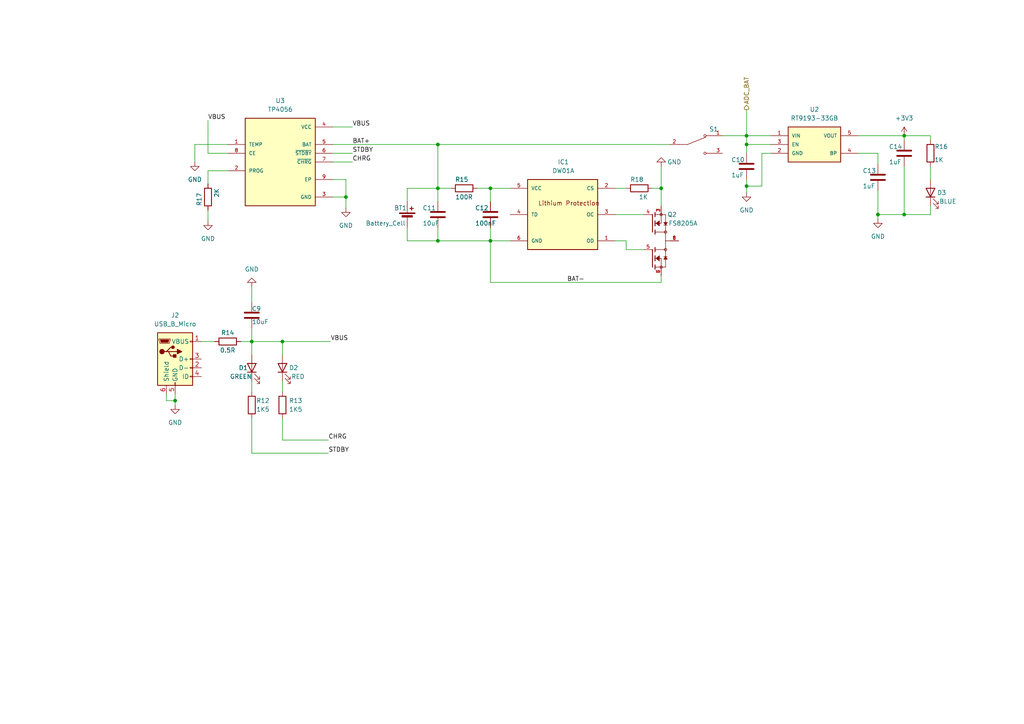
<source format=kicad_sch>
(kicad_sch (version 20230121) (generator eeschema)
  (paper "A4")
  (lib_symbols
    (symbol "Connector:USB_B_Micro" (pin_names (offset 1.016))
      (property "Reference" "J" (at -5.08 11.43 0))
      (property "Value" "USB_B_Micro" (at -5.08 8.89 0))
      (symbol "USB_B_Micro_0_1"
        (rectangle (start -5.08 -7.62) (end 5.08 7.62) (stroke (width 0.254)) (fill (type background)))
        (circle (center -3.81 2.159) (radius 0.635) (stroke (width 0.254)) (fill (type outline)))
        (circle (center -0.635 3.429) (radius 0.381) (stroke (width 0.254)) (fill (type outline)))
        (rectangle (start -0.127 -7.62) (end 0.127 -6.858))
        (polyline (pts (xy -1.905 2.159) (xy 0.635 2.159)) (stroke (width 0.254)))
        (polyline (pts (xy -3.175 2.159) (xy -2.54 2.159) (xy -1.27 3.429) (xy -0.635 3.429)) (stroke (width 0.254)))
        (polyline (pts (xy -2.54 2.159) (xy -1.905 2.159) (xy -1.27 0.889) (xy 0 0.889)) (stroke (width 0.254)))
        (polyline (pts (xy 0.635 2.794) (xy 0.635 1.524) (xy 1.905 2.159) (xy 0.635 2.794)) (stroke (width 0.254)) (fill (type outline)))
        (polyline (pts (xy -4.318 5.588) (xy -1.778 5.588) (xy -2.032 4.826) (xy -4.064 4.826) (xy -4.318 5.588)) (fill (type outline)))
        (polyline (pts (xy -4.699 5.842) (xy -4.699 5.588) (xy -4.445 4.826) (xy -4.445 4.572) (xy -1.651 4.572) (xy -1.651 4.826) (xy -1.397 5.588) (xy -1.397 5.842) (xy -4.699 5.842)))
        (rectangle (start 0.254 1.27) (end -0.508 0.508) (stroke (width 0.254)) (fill (type outline)))
        (rectangle (start 5.08 -5.207) (end 4.318 -4.953))
        (rectangle (start 5.08 -2.667) (end 4.318 -2.413))
        (rectangle (start 5.08 -0.127) (end 4.318 0.127))
        (rectangle (start 5.08 4.953) (end 4.318 5.207))
      )
      (symbol "USB_B_Micro_1_1"
        (pin power_out line (at 7.62 5.08 180) (length 2.54) (name "VBUS") (number "1"))
        (pin bidirectional line (at 7.62 -2.54 180) (length 2.54) (name "D-") (number "2"))
        (pin bidirectional line (at 7.62 0 180) (length 2.54) (name "D+") (number "3"))
        (pin passive line (at 7.62 -5.08 180) (length 2.54) (name "ID") (number "4"))
        (pin power_out line (at 0 -10.16 90) (length 2.54) (name "GND") (number "5"))
        (pin passive line (at -2.54 -10.16 90) (length 2.54) (name "Shield") (number "6"))
      )
    )
    (symbol "DW01A:DW01A" (pin_names (offset 1.016))
      (property "Reference" "IC" (at -5.08 11.43 0))
      (property "Value" "DW01A" (at -5.08 -12.7 0))
      (symbol "DW01A_0_0"
        (rectangle (start -10.16 -10.16) (end 10.16 10.16) (stroke (width 0.254)) (fill (type background)))
        (text "Lithium Protection" (at -7.112 2.54 0) (effects (font (size 1.27 1.27)) (justify left bottom)))
        (pin bidirectional line (at 15.24 -7.62 180) (length 5.08) (name "OD") (number "1"))
        (pin bidirectional line (at 15.24 7.62 180) (length 5.08) (name "CS") (number "2"))
        (pin bidirectional line (at 15.24 0 180) (length 5.08) (name "OC") (number "3"))
        (pin bidirectional line (at -15.24 0 0) (length 5.08) (name "TD") (number "4"))
        (pin power_in line (at -15.24 7.62 0) (length 5.08) (name "VCC") (number "5"))
        (pin power_in line (at -15.24 -7.62 0) (length 5.08) (name "GND") (number "6"))
      )
    )
    (symbol "Device:Battery_Cell" (pin_numbers hide) (pin_names (offset 0) hide)
      (property "Reference" "BT" (at 2.54 2.54 0))
      (property "Value" "Battery_Cell" (at 2.54 0 0))
      (symbol "Battery_Cell_0_1"
        (rectangle (start -2.286 1.778) (end 2.286 1.524) (fill (type outline)))
        (rectangle (start -1.524 1.016) (end 1.524 0.508) (fill (type outline)))
        (polyline (pts (xy 0 0.762) (xy 0 0)))
        (polyline (pts (xy 0 1.778) (xy 0 2.54)))
        (polyline (pts (xy 0.762 3.048) (xy 1.778 3.048)) (stroke (width 0.254)))
        (polyline (pts (xy 1.27 3.556) (xy 1.27 2.54)) (stroke (width 0.254)))
      )
      (symbol "Battery_Cell_1_1"
        (pin passive line (at 0 5.08 270) (length 2.54) (name "+") (number "1"))
        (pin passive line (at 0 -2.54 90) (length 2.54) (name "-") (number "2"))
      )
    )
    (symbol "Device:C" (pin_numbers hide) (pin_names (offset 0.254))
      (property "Reference" "C" (at 0.635 2.54 0))
      (property "Value" "C" (at 0.635 -2.54 0))
      (symbol "C_0_1"
        (polyline (pts (xy -2.032 -0.762) (xy 2.032 -0.762)) (stroke (width 0.508)))
        (polyline (pts (xy -2.032 0.762) (xy 2.032 0.762)) (stroke (width 0.508)))
      )
      (symbol "C_1_1"
        (pin passive line (at 0 3.81 270) (length 2.794) (name "~") (number "1"))
        (pin passive line (at 0 -3.81 90) (length 2.794) (name "~") (number "2"))
      )
    )
    (symbol "Device:LED" (pin_numbers hide) (pin_names (offset 1.016) hide)
      (property "Reference" "D" (at 0 2.54 0))
      (property "Value" "LED" (at 0 -2.54 0))
      (symbol "LED_0_1"
        (polyline (pts (xy -1.27 -1.27) (xy -1.27 1.27)) (stroke (width 0.254)))
        (polyline (pts (xy -1.27 0) (xy 1.27 0)))
        (polyline (pts (xy 1.27 -1.27) (xy 1.27 1.27) (xy -1.27 0) (xy 1.27 -1.27)) (stroke (width 0.254)))
        (polyline (pts (xy -3.048 -0.762) (xy -4.572 -2.286) (xy -3.81 -2.286) (xy -4.572 -2.286) (xy -4.572 -1.524)))
        (polyline (pts (xy -1.778 -0.762) (xy -3.302 -2.286) (xy -2.54 -2.286) (xy -3.302 -2.286) (xy -3.302 -1.524)))
      )
      (symbol "LED_1_1"
        (pin passive line (at -3.81 0 0) (length 2.54) (name "K") (number "1"))
        (pin passive line (at 3.81 0 180) (length 2.54) (name "A") (number "2"))
      )
    )
    (symbol "Device:R" (pin_numbers hide) (pin_names (offset 0))
      (property "Reference" "R" (at 2.032 0 90))
      (property "Value" "R" (at 0 0 90))
      (symbol "R_0_1"
        (rectangle (start -1.016 -2.54) (end 1.016 2.54) (stroke (width 0.254)))
      )
      (symbol "R_1_1"
        (pin passive line (at 0 3.81 270) (length 1.27) (name "~") (number "1"))
        (pin passive line (at 0 -3.81 90) (length 1.27) (name "~") (number "2"))
      )
    )
    (symbol "FS8205A:FS8205A" (pin_names (offset 1.016))
      (property "Reference" "Q" (at -11.43 7.62 0))
      (property "Value" "FS8205A" (at -11.43 -12.7 0))
      (symbol "FS8205A_0_0"
        (circle (center 0 -7.62) (radius 0.3592))
        (polyline (pts (xy -2.54 -2.54) (xy -2.54 -7.62)) (stroke (width 0.254)))
        (polyline (pts (xy -2.54 7.62) (xy -2.54 2.54)) (stroke (width 0.254)))
        (polyline (pts (xy -1.778 -7.62) (xy -1.778 -8.255)) (stroke (width 0.254)))
        (polyline (pts (xy -1.778 -6.985) (xy -1.778 -7.62)) (stroke (width 0.254)))
        (polyline (pts (xy -1.778 -5.08) (xy -1.778 -5.842)) (stroke (width 0.254)))
        (polyline (pts (xy -1.778 -5.08) (xy 0 -5.08)) (stroke (width 0.1524)))
        (polyline (pts (xy -1.778 -4.318) (xy -1.778 -5.08)) (stroke (width 0.254)))
        (polyline (pts (xy -1.778 -2.54) (xy -1.778 -3.175)) (stroke (width 0.254)))
        (polyline (pts (xy -1.778 -2.54) (xy 1.27 -2.54)) (stroke (width 0.1524)))
        (polyline (pts (xy -1.778 -1.905) (xy -1.778 -2.54)) (stroke (width 0.254)))
        (polyline (pts (xy -1.778 2.54) (xy -1.778 1.905)) (stroke (width 0.254)))
        (polyline (pts (xy -1.778 3.175) (xy -1.778 2.54)) (stroke (width 0.254)))
        (polyline (pts (xy -1.778 5.08) (xy -1.778 4.318)) (stroke (width 0.254)))
        (polyline (pts (xy -1.778 5.08) (xy 0 5.08)) (stroke (width 0.1524)))
        (polyline (pts (xy -1.778 5.842) (xy -1.778 5.08)) (stroke (width 0.254)))
        (polyline (pts (xy -1.778 7.62) (xy -1.778 6.985)) (stroke (width 0.254)))
        (polyline (pts (xy -1.778 7.62) (xy 1.27 7.62)) (stroke (width 0.1524)))
        (polyline (pts (xy -1.778 8.255) (xy -1.778 7.62)) (stroke (width 0.254)))
        (polyline (pts (xy 0 -7.62) (xy -1.778 -7.62)) (stroke (width 0.1524)))
        (polyline (pts (xy 0 -7.62) (xy 1.27 -7.62)) (stroke (width 0.1524)))
        (polyline (pts (xy 0 -5.08) (xy 0 -7.62)) (stroke (width 0.1524)))
        (polyline (pts (xy 0 7.62) (xy 0 5.08)) (stroke (width 0.1524)))
        (polyline (pts (xy 0.762 4.572) (xy 1.27 4.572)) (stroke (width 0.1524)))
        (polyline (pts (xy 1.27 -4.572) (xy 0.762 -4.572)) (stroke (width 0.1524)))
        (polyline (pts (xy 1.27 -4.572) (xy 1.27 -7.62)) (stroke (width 0.1524)))
        (polyline (pts (xy 1.27 -2.54) (xy 1.27 -4.572)) (stroke (width 0.1524)))
        (polyline (pts (xy 1.27 -2.54) (xy 1.27 0)) (stroke (width 0.1524)))
        (polyline (pts (xy 1.27 0) (xy 1.27 2.54)) (stroke (width 0.1524)))
        (polyline (pts (xy 1.27 0) (xy 2.54 0)) (stroke (width 0.1524)))
        (polyline (pts (xy 1.27 2.54) (xy -1.778 2.54)) (stroke (width 0.1524)))
        (polyline (pts (xy 1.27 2.54) (xy 1.27 4.572)) (stroke (width 0.1524)))
        (polyline (pts (xy 1.27 4.572) (xy 1.27 7.62)) (stroke (width 0.1524)))
        (polyline (pts (xy 1.27 4.572) (xy 1.778 4.572)) (stroke (width 0.1524)))
        (polyline (pts (xy 1.778 -4.572) (xy 1.27 -4.572)) (stroke (width 0.1524)))
        (polyline (pts (xy -1.524 -5.08) (xy -0.508 -4.318) (xy -0.508 -5.842) (xy -1.524 -5.08)) (stroke (width 0.1524)) (fill (type outline)))
        (polyline (pts (xy -1.524 5.08) (xy -0.508 5.842) (xy -0.508 4.318) (xy -1.524 5.08)) (stroke (width 0.1524)) (fill (type outline)))
        (polyline (pts (xy 1.27 -4.572) (xy 0.762 -5.334) (xy 1.778 -5.334) (xy 1.27 -4.572)) (stroke (width 0.1524)) (fill (type outline)))
        (polyline (pts (xy 1.27 4.572) (xy 1.778 5.334) (xy 0.762 5.334) (xy 1.27 4.572)) (stroke (width 0.1524)) (fill (type outline)))
        (circle (center 0 7.62) (radius 0.3592))
        (circle (center 1.27 -2.54) (radius 0.3592))
        (circle (center 1.27 2.54) (radius 0.3592))
        (pin passive line (at 5.08 0 180) (length 2.54) (name "~") (number "1"))
        (pin passive line (at 0 -10.16 90) (length 2.54) (name "~") (number "2"))
        (pin passive line (at 0 -10.16 90) (length 2.54) (name "~") (number "3"))
        (pin passive line (at -5.08 -7.62 0) (length 2.54) (name "~") (number "4"))
        (pin passive line (at -5.08 2.54 0) (length 2.54) (name "~") (number "5"))
        (pin passive line (at 0 10.16 270) (length 2.54) (name "~") (number "6"))
        (pin passive line (at 0 10.16 270) (length 2.54) (name "~") (number "7"))
        (pin passive line (at 5.08 0 180) (length 2.54) (name "~") (number "8"))
      )
    )
    (symbol "IVS_SYMBOLS:RT9193-33GB" (pin_names (offset 1.016))
      (property "Reference" "U" (at -6.3582 6.3582 0))
      (property "Value" "RT9193-33GB" (at -6.3733 -8.9227 0))
      (symbol "RT9193-33GB_0_0"
        (rectangle (start -7.62 -5.08) (end 7.62 5.08) (stroke (width 0.254)) (fill (type background)))
        (pin input line (at -12.7 2.54 0) (length 5.08) (name "VIN") (number "1"))
        (pin power_in line (at -12.7 -2.54 0) (length 5.08) (name "GND") (number "2"))
        (pin input line (at -12.7 0 0) (length 5.08) (name "EN") (number "3"))
        (pin passive line (at 12.7 -2.54 180) (length 5.08) (name "BP") (number "4"))
        (pin output line (at 12.7 2.54 180) (length 5.08) (name "VOUT") (number "5"))
      )
    )
    (symbol "SlideSwitch:EG1206" (pin_names (offset 1.016))
      (property "Reference" "S" (at -2.54 5.08 0))
      (property "Value" "EG1206" (at -2.54 -5.08 0))
      (symbol "EG1206_0_0"
        (polyline (pts (xy -2.54 0) (xy -5.08 0)) (stroke (width 0.1524)))
        (polyline (pts (xy -2.54 0) (xy 2.794 2.1336)) (stroke (width 0.1524)))
        (polyline (pts (xy 5.08 -2.54) (xy 2.921 -2.54)) (stroke (width 0.1524)))
        (polyline (pts (xy 5.08 2.54) (xy 2.921 2.54)) (stroke (width 0.1524)))
        (circle (center 2.54 -2.54) (radius 0.3302) (stroke (width 0.1524)))
        (circle (center 2.54 2.54) (radius 0.3302) (stroke (width 0.1524)))
        (pin passive line (at 7.62 2.54 180) (length 2.54) (name "~") (number "1"))
        (pin passive line (at -7.62 0 0) (length 2.54) (name "~") (number "2"))
        (pin passive line (at 7.62 -2.54 180) (length 2.54) (name "~") (number "3"))
      )
    )
    (symbol "TP4056:TP4056" (pin_names (offset 1.016))
      (property "Reference" "U" (at -10.16 13.208 0))
      (property "Value" "TP4056" (at -10.16 -15.24 0))
      (symbol "TP4056_0_0"
        (rectangle (start -10.16 -12.7) (end 10.16 12.7) (stroke (width 0.254)) (fill (type background)))
        (pin input line (at -15.24 5.08 0) (length 5.08) (name "TEMP") (number "1"))
        (pin bidirectional line (at -15.24 -2.54 0) (length 5.08) (name "PROG") (number "2"))
        (pin power_in line (at 15.24 -10.16 180) (length 5.08) (name "GND") (number "3"))
        (pin power_in line (at 15.24 10.16 180) (length 5.08) (name "VCC") (number "4"))
        (pin output line (at 15.24 5.08 180) (length 5.08) (name "BAT") (number "5"))
        (pin output line (at 15.24 2.54 180) (length 5.08) (name "~{STDBY}") (number "6"))
        (pin output line (at 15.24 0 180) (length 5.08) (name "~{CHRG}") (number "7"))
        (pin input line (at -15.24 2.54 0) (length 5.08) (name "CE") (number "8"))
        (pin passive line (at 15.24 -5.08 180) (length 5.08) (name "EP") (number "9"))
      )
    )
    (symbol "power:+3V3" (power) (pin_names (offset 0))
      (property "Value" "+3V3" (at 0 3.556 0))
      (symbol "+3V3_0_1"
        (polyline (pts (xy -0.762 1.27) (xy 0 2.54)))
        (polyline (pts (xy 0 0) (xy 0 2.54)))
        (polyline (pts (xy 0 2.54) (xy 0.762 1.27)))
      )
      (symbol "+3V3_1_1"
        (pin power_in line (at 0 0 90) (length 0) hide (name "+3V3") (number "1"))
      )
    )
    (symbol "power:GND" (power) (pin_names (offset 0))
      (property "Value" "GND" (at 0 -3.81 0))
      (symbol "GND_0_1"
        (polyline (pts (xy 0 0) (xy 0 -1.27) (xy 1.27 -1.27) (xy 0 -2.54) (xy -1.27 -1.27) (xy 0 -1.27)))
      )
      (symbol "GND_1_1"
        (pin power_in line (at 0 0 270) (length 0) hide (name "GND") (number "1"))
      )
    )
  )
  (junction (at 191.77 54.61))
  (junction (at 262.255 39.37))
  (junction (at 262.255 62.23))
  (junction (at 142.24 69.85))
  (junction (at 73.025 99.06))
  (junction (at 127 69.85))
  (junction (at 100.33 57.15))
  (junction (at 216.535 41.91))
  (junction (at 127 41.91))
  (junction (at 50.8 116.205))
  (junction (at 142.24 54.61))
  (junction (at 127 54.61))
  (junction (at 216.535 53.975))
  (junction (at 81.915 99.06))
  (junction (at 216.535 39.37))
  (junction (at 254.635 62.23))
  (wire (pts (xy 178.435 69.85) (xy 181.61 69.85)))
  (wire (pts (xy 181.61 69.85) (xy 181.61 72.39)))
  (wire (pts (xy 66.04 41.91) (xy 56.515 41.91)))
  (wire (pts (xy 100.33 57.15) (xy 100.33 60.325)))
  (wire (pts (xy 191.77 48.26) (xy 191.77 54.61)))
  (wire (pts (xy 254.635 44.45) (xy 254.635 47.625)))
  (wire (pts (xy 127 54.61) (xy 127 58.42)))
  (wire (pts (xy 254.635 55.245) (xy 254.635 62.23)))
  (wire (pts (xy 118.11 58.42) (xy 118.11 54.61)))
  (wire (pts (xy 248.92 39.37) (xy 262.255 39.37)))
  (wire (pts (xy 73.025 110.49) (xy 73.025 113.665)))
  (wire (pts (xy 48.26 116.205) (xy 50.8 116.205)))
  (wire (pts (xy 142.24 69.85) (xy 147.955 69.85)))
  (wire (pts (xy 118.11 69.85) (xy 127 69.85)))
  (wire (pts (xy 269.875 52.07) (xy 269.875 48.26)))
  (wire (pts (xy 191.77 80.01) (xy 191.77 81.915)))
  (wire (pts (xy 216.535 41.91) (xy 216.535 39.37)))
  (wire (pts (xy 96.52 41.91) (xy 127 41.91)))
  (wire (pts (xy 181.61 72.39) (xy 186.69 72.39)))
  (wire (pts (xy 81.915 99.06) (xy 73.025 99.06)))
  (wire (pts (xy 73.025 83.185) (xy 73.025 87.63)))
  (wire (pts (xy 81.915 127.635) (xy 95.25 127.635)))
  (wire (pts (xy 73.025 131.445) (xy 95.25 131.445)))
  (wire (pts (xy 216.535 39.37) (xy 223.52 39.37)))
  (wire (pts (xy 56.515 41.91) (xy 56.515 46.99)))
  (wire (pts (xy 269.875 39.37) (xy 269.875 40.64)))
  (wire (pts (xy 142.24 54.61) (xy 147.955 54.61)))
  (wire (pts (xy 223.52 44.45) (xy 220.98 44.45)))
  (wire (pts (xy 216.535 53.975) (xy 216.535 55.88)))
  (wire (pts (xy 118.11 54.61) (xy 127 54.61)))
  (wire (pts (xy 81.915 110.49) (xy 81.915 113.665)))
  (wire (pts (xy 178.435 54.61) (xy 181.61 54.61)))
  (wire (pts (xy 96.52 46.99) (xy 102.235 46.99)))
  (wire (pts (xy 100.33 52.07) (xy 100.33 57.15)))
  (wire (pts (xy 216.535 31.75) (xy 216.535 39.37)))
  (wire (pts (xy 189.23 54.61) (xy 191.77 54.61)))
  (wire (pts (xy 66.04 49.53) (xy 60.325 49.53)))
  (wire (pts (xy 81.915 102.87) (xy 81.915 99.06)))
  (wire (pts (xy 248.92 44.45) (xy 254.635 44.45)))
  (wire (pts (xy 127 41.91) (xy 127 54.61)))
  (wire (pts (xy 127 54.61) (xy 130.81 54.61)))
  (wire (pts (xy 50.8 116.205) (xy 50.8 117.475)))
  (wire (pts (xy 96.52 57.15) (xy 100.33 57.15)))
  (wire (pts (xy 73.025 95.25) (xy 73.025 99.06)))
  (wire (pts (xy 223.52 41.91) (xy 216.535 41.91)))
  (wire (pts (xy 69.85 99.06) (xy 73.025 99.06)))
  (wire (pts (xy 191.77 59.69) (xy 191.77 54.61)))
  (wire (pts (xy 178.435 62.23) (xy 186.69 62.23)))
  (wire (pts (xy 142.24 54.61) (xy 142.24 58.42)))
  (wire (pts (xy 118.11 66.04) (xy 118.11 69.85)))
  (wire (pts (xy 127 41.91) (xy 194.31 41.91)))
  (wire (pts (xy 138.43 54.61) (xy 142.24 54.61)))
  (wire (pts (xy 127 69.85) (xy 142.24 69.85)))
  (wire (pts (xy 191.77 81.915) (xy 142.24 81.915)))
  (wire (pts (xy 216.535 52.07) (xy 216.535 53.975)))
  (wire (pts (xy 60.325 60.96) (xy 60.325 64.135)))
  (wire (pts (xy 127 66.04) (xy 127 69.85)))
  (wire (pts (xy 262.255 39.37) (xy 269.875 39.37)))
  (wire (pts (xy 73.025 99.06) (xy 73.025 102.87)))
  (wire (pts (xy 254.635 62.23) (xy 254.635 63.5)))
  (wire (pts (xy 262.255 39.37) (xy 262.255 40.64)))
  (wire (pts (xy 60.325 34.925) (xy 60.325 44.45)))
  (wire (pts (xy 50.8 114.3) (xy 50.8 116.205)))
  (wire (pts (xy 142.24 81.915) (xy 142.24 69.85)))
  (wire (pts (xy 81.915 99.06) (xy 95.885 99.06)))
  (wire (pts (xy 269.875 62.23) (xy 262.255 62.23)))
  (wire (pts (xy 66.04 44.45) (xy 60.325 44.45)))
  (wire (pts (xy 96.52 44.45) (xy 102.235 44.45)))
  (wire (pts (xy 262.255 62.23) (xy 254.635 62.23)))
  (wire (pts (xy 96.52 36.83) (xy 102.235 36.83)))
  (wire (pts (xy 81.915 121.285) (xy 81.915 127.635)))
  (wire (pts (xy 60.325 49.53) (xy 60.325 53.34)))
  (wire (pts (xy 220.98 44.45) (xy 220.98 53.975)))
  (wire (pts (xy 220.98 53.975) (xy 216.535 53.975)))
  (wire (pts (xy 216.535 41.91) (xy 216.535 44.45)))
  (wire (pts (xy 262.255 48.26) (xy 262.255 62.23)))
  (wire (pts (xy 48.26 114.3) (xy 48.26 116.205)))
  (wire (pts (xy 209.55 39.37) (xy 216.535 39.37)))
  (wire (pts (xy 58.42 99.06) (xy 62.23 99.06)))
  (wire (pts (xy 269.875 59.69) (xy 269.875 62.23)))
  (wire (pts (xy 96.52 52.07) (xy 100.33 52.07)))
  (wire (pts (xy 142.24 66.04) (xy 142.24 69.85)))
  (wire (pts (xy 73.025 121.285) (xy 73.025 131.445)))
  (label "STDBY" (at 102.235 44.45 0))
  (label "VBUS" (at 102.235 36.83 0))
  (label "VBUS" (at 60.325 34.925 0))
  (label "CHRG" (at 102.235 46.99 0))
  (label "BAT-" (at 164.465 81.915 0))
  (label "STDBY" (at 95.25 131.445 0))
  (label "CHRG" (at 95.25 127.635 0))
  (label "BAT+" (at 102.235 41.91 0))
  (label "VBUS" (at 95.885 99.06 0))
  (hierarchical_label "ADC_BAT" (shape output) (at 216.535 31.75 90))
  (symbol (lib_id "power:GND") (at 50.8 117.475 0) (unit 1)
    (property "Reference" "#PWR017" (effects hide))
    (property "Value" "GND" (at 50.8 122.555 0))
  )
  (symbol (lib_id "Device:R") (at 269.875 44.45 180) (unit 1)
    (property "Reference" "R16" (at 274.955 42.545 0) (effects (justify left)))
    (property "Value" "1K" (at 273.685 46.355 0) (effects (justify left)))
    (property "Footprint" "IVS_FOOTPRINTS:R_0603" (effects hide))
  )
  (symbol (lib_id "Device:LED") (at 73.025 106.68 90) (unit 1)
    (property "Reference" "D1" (at 69.215 106.68 90) (effects (justify right)))
    (property "Value" "GREEN" (at 66.675 109.22 90) (effects (justify right)))
    (property "Footprint" "IVS_FOOTPRINTS:LED_D3.0mm_Red" (effects hide))
  )
  (symbol (lib_id "IVS_SYMBOLS:RT9193-33GB") (at 236.22 41.91 0) (unit 1)
    (property "Reference" "U2" (at 236.22 31.75 0))
    (property "Value" "RT9193-33GB" (at 236.22 34.29 0))
    (property "Footprint" "IVS_FOOTPRINTS:SOT23-5" (effects hide))
    (property "Datasheet" "https://www.richtek.com/assets/product_file/RT9193/DS9193-18.pdf" (effects hide))
    (property "PRICE" "$0.19 USD" (effects hide))
    (property "MP" "RT9193-33GB" (effects hide))
    (property "AVAILABILITY" "Good" (effects hide))
    (property "PACKAGE" "SOT-23-5" (effects hide))
    (property "MF" "RICHTEK" (effects hide))
  )
  (symbol (lib_id "Device:C") (at 127 62.23 0) (unit 1)
    (property "Reference" "C11" (at 122.555 60.325 0) (effects (justify left)))
    (property "Value" "10uF" (at 122.555 64.77 0) (effects (justify left)))
    (property "Footprint" "IVS_FOOTPRINTS:C_0603" (effects hide))
  )
  (symbol (lib_id "Device:R") (at 66.04 99.06 90) (unit 1)
    (property "Reference" "R14" (at 66.04 96.52 90))
    (property "Value" "0.5R" (at 66.04 101.6 90))
    (property "Footprint" "IVS_FOOTPRINTS:R_0603" (effects hide))
  )
  (symbol (lib_id "Device:R") (at 60.325 57.15 180) (unit 1)
    (property "Reference" "R17" (at 57.785 55.88 90) (effects (justify left)))
    (property "Value" "2K" (at 62.865 54.61 90) (effects (justify left)))
    (property "Footprint" "IVS_FOOTPRINTS:R_0603" (effects hide))
  )
  (symbol (lib_id "power:GND") (at 56.515 46.99 0) (unit 1)
    (property "Reference" "#PWR023" (effects hide))
    (property "Value" "GND" (at 56.515 52.07 0))
  )
  (symbol (lib_id "TP4056:TP4056") (at 81.28 46.99 0) (unit 1)
    (property "Reference" "U3" (at 81.28 29.21 0))
    (property "Value" "TP4056" (at 81.28 31.75 0))
    (property "Footprint" "IVS_FOOTPRINTS:TP4056" (effects hide))
    (property "STANDARD" "IPC 7351B" (effects hide))
    (property "MAXIMUM_PACKAGE_HEIGHT" "1.75mm" (effects hide))
    (property "MANUFACTURER" "NanJing Top Power ASIC Corp." (effects hide))
  )
  (symbol (lib_id "FS8205A:FS8205A") (at 191.77 69.85 0) (mirror x) (unit 1)
    (property "Reference" "Q2" (at 194.945 62.23 0))
    (property "Value" "FS8205A" (at 198.12 64.77 0))
    (property "Footprint" "FS8205A:SOP65P640X120-8N" (effects hide))
    (property "PARTREV" "1.7" (effects hide))
    (property "MANUFACTURER" "Fortune Semiconductor" (effects hide))
    (property "MAXIMUM_PACKAGE_HEIGHT" "1.2mm" (effects hide))
    (property "STANDARD" "IPC 7351B" (effects hide))
  )
  (symbol (lib_id "Device:C") (at 262.255 44.45 0) (unit 1)
    (property "Reference" "C14" (at 257.81 42.545 0) (effects (justify left)))
    (property "Value" "1uF" (at 257.81 46.99 0) (effects (justify left)))
    (property "Footprint" "IVS_FOOTPRINTS:C_0603" (effects hide))
  )
  (symbol (lib_id "Device:R") (at 185.42 54.61 90) (unit 1)
    (property "Reference" "R18" (at 186.69 52.07 90) (effects (justify left)))
    (property "Value" "1K" (at 187.96 57.15 90) (effects (justify left)))
    (property "Footprint" "IVS_FOOTPRINTS:R_0603" (effects hide))
  )
  (symbol (lib_id "power:+3V3") (at 262.255 39.37 0) (unit 1)
    (property "Reference" "#PWR025" (effects hide))
    (property "Value" "+3V3" (at 262.255 34.29 0))
  )
  (symbol (lib_id "SlideSwitch:EG1206") (at 201.93 41.91 0) (unit 1)
    (property "Reference" "S1" (at 207.01 37.465 0))
    (property "Value" "EG1206" (effects hide))
    (property "Footprint" "SlideSwitch:SS-12F23G6" (effects hide))
    (property "PARTREV" "B" (effects hide))
    (property "STANDARD" "Manufacturer Recommendations" (effects hide))
    (property "SNAPEDA_PN" "EG1206" (effects hide))
    (property "MAXIMUM_PACKAGE_HEIGHT" "6 mm" (effects hide))
    (property "MANUFACTURER" "E-Switch" (effects hide))
  )
  (symbol (lib_id "DW01A:DW01A") (at 163.195 62.23 0) (unit 1)
    (property "Reference" "IC1" (at 163.3964 46.99 0))
    (property "Value" "DW01A" (at 163.3964 49.53 0))
    (property "Footprint" "DW01A:SOT23-6" (effects hide))
    (property "MPN" "DW01A" (effects hide))
    (property "LCSC" "C351410" (effects hide))
    (property "VALUE" "DW01A" (effects hide))
  )
  (symbol (lib_id "Device:R") (at 73.025 117.475 0) (unit 1)
    (property "Reference" "R12" (at 74.295 116.205 0) (effects (justify left)))
    (property "Value" "1K5" (at 74.295 118.745 0) (effects (justify left)))
    (property "Footprint" "IVS_FOOTPRINTS:R_0603" (effects hide))
  )
  (symbol (lib_id "power:GND") (at 73.025 83.185 180) (unit 1)
    (property "Reference" "#PWR018" (effects hide))
    (property "Value" "GND" (at 73.025 78.105 0))
  )
  (symbol (lib_id "Device:C") (at 73.025 91.44 0) (unit 1)
    (property "Reference" "C9" (at 73.025 89.535 0) (effects (justify left)))
    (property "Value" "10uF" (at 73.025 93.345 0) (effects (justify left)))
    (property "Footprint" "IVS_FOOTPRINTS:C_0603" (effects hide))
  )
  (symbol (lib_id "power:GND") (at 100.33 60.325 0) (unit 1)
    (property "Reference" "#PWR020" (effects hide))
    (property "Value" "GND" (at 100.33 65.405 0))
  )
  (symbol (lib_id "Device:C") (at 254.635 51.435 0) (unit 1)
    (property "Reference" "C13" (at 250.19 49.53 0) (effects (justify left)))
    (property "Value" "1uF" (at 250.19 53.975 0) (effects (justify left)))
    (property "Footprint" "IVS_FOOTPRINTS:C_0603" (effects hide))
  )
  (symbol (lib_id "Device:LED") (at 269.875 55.88 90) (unit 1)
    (property "Reference" "D3" (at 271.78 55.88 90) (effects (justify right)))
    (property "Value" "BLUE" (at 272.415 58.42 90) (effects (justify right)))
    (property "Footprint" "IVS_FOOTPRINTS:LED_D3.0mm_Red" (effects hide))
  )
  (symbol (lib_id "Device:R") (at 81.915 117.475 0) (unit 1)
    (property "Reference" "R13" (at 83.82 116.205 0) (effects (justify left)))
    (property "Value" "1K5" (at 83.82 118.745 0) (effects (justify left)))
    (property "Footprint" "IVS_FOOTPRINTS:R_0603" (effects hide))
  )
  (symbol (lib_id "Device:R") (at 134.62 54.61 90) (unit 1)
    (property "Reference" "R15" (at 135.89 52.07 90) (effects (justify left)))
    (property "Value" "100R" (at 137.16 57.15 90) (effects (justify left)))
    (property "Footprint" "IVS_FOOTPRINTS:R_0603" (effects hide))
  )
  (symbol (lib_id "power:GND") (at 216.535 55.88 0) (unit 1)
    (property "Reference" "#PWR021" (effects hide))
    (property "Value" "GND" (at 216.535 60.96 0))
  )
  (symbol (lib_id "power:GND") (at 191.77 48.26 180) (unit 1)
    (property "Reference" "#PWR024" (effects hide))
    (property "Value" "GND" (at 195.58 46.99 0))
  )
  (symbol (lib_id "Device:LED") (at 81.915 106.68 90) (unit 1)
    (property "Reference" "D2" (at 83.82 106.68 90) (effects (justify right)))
    (property "Value" "RED" (at 84.455 109.22 90) (effects (justify right)))
    (property "Footprint" "IVS_FOOTPRINTS:LED_D3.0mm_Red" (effects hide))
  )
  (symbol (lib_id "Connector:USB_B_Micro") (at 50.8 104.14 0) (unit 1)
    (property "Reference" "J2" (at 50.8 91.44 0))
    (property "Value" "USB_B_Micro" (at 50.8 93.98 0))
    (property "Footprint" "Connector_USB:USB_Micro-B_Amphenol_10118194_Horizontal" (effects hide))
  )
  (symbol (lib_id "Device:C") (at 216.535 48.26 0) (unit 1)
    (property "Reference" "C10" (at 212.09 46.355 0) (effects (justify left)))
    (property "Value" "1uF" (at 212.09 50.8 0) (effects (justify left)))
    (property "Footprint" "IVS_FOOTPRINTS:C_0603" (effects hide))
  )
  (symbol (lib_id "Device:Battery_Cell") (at 118.11 63.5 0) (unit 1)
    (property "Reference" "BT1" (at 114.3 60.325 0) (effects (justify left)))
    (property "Value" "Battery_Cell" (at 106.045 64.77 0) (effects (justify left)))
    (property "Footprint" "Battery:BatteryHolder_MPD_BH-18650-PC2" (effects hide))
  )
  (symbol (lib_id "power:GND") (at 60.325 64.135 0) (unit 1)
    (property "Reference" "#PWR019" (effects hide))
    (property "Value" "GND" (at 60.325 69.215 0))
  )
  (symbol (lib_id "power:GND") (at 254.635 63.5 0) (unit 1)
    (property "Reference" "#PWR022" (effects hide))
    (property "Value" "GND" (at 254.635 68.58 0))
  )
  (symbol (lib_id "Device:C") (at 142.24 62.23 0) (unit 1)
    (property "Reference" "C12" (at 137.795 60.325 0) (effects (justify left)))
    (property "Value" "100nF" (at 137.795 64.77 0) (effects (justify left)))
    (property "Footprint" "IVS_FOOTPRINTS:C_0603" (effects hide))
  )
)
</source>
